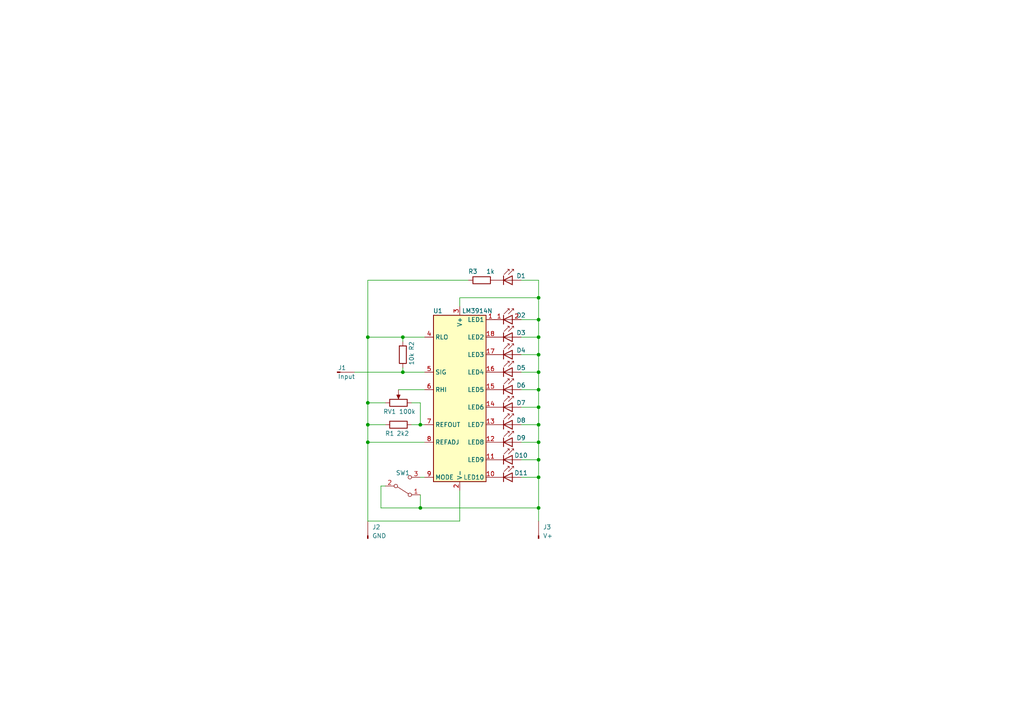
<source format=kicad_sch>
(kicad_sch (version 20210406) (generator eeschema)
  (paper "A4")
  (lib_symbols
    (symbol "Connector:Conn_01x01_Male" (pin_numbers hide) (pin_names (offset 1.016) hide)
      (property "Reference" "J" (at 0 2.54 0))
      (property "Value" "Conn_01x01_Male" (at 0 -2.54 0))
      (symbol "Conn_01x01_Male_1_1"
        (rectangle (start 0.8636 0.127) (end 0 -0.127) (stroke (width 0.1524)) (fill (type outline)))
        (polyline (pts (xy 1.27 0) (xy 0.8636 0)) (stroke (width 0.1524)))
        (pin passive line (at 5.08 0 180) (length 3.81) (name "Pin_1") (number "1"))
      )
    )
    (symbol "Connector:Conn_01x01_Male_1" (pin_numbers hide) (pin_names (offset 1.016) hide)
      (property "Reference" "J" (at 0 2.54 0))
      (property "Value" "Conn_01x01_Male" (at 0 -2.54 0))
      (symbol "Conn_01x01_Male_1_1_1"
        (rectangle (start 0.8636 0.127) (end 0 -0.127) (stroke (width 0.1524)) (fill (type outline)))
        (polyline (pts (xy 1.27 0) (xy 0.8636 0)) (stroke (width 0.1524)))
        (pin passive line (at 5.08 0 180) (length 3.81) (name "Pin_1") (number "1"))
      )
    )
    (symbol "Connector:Conn_01x01_Male_2" (pin_numbers hide) (pin_names (offset 1.016) hide)
      (property "Reference" "J" (at 0 2.54 0))
      (property "Value" "Conn_01x01_Male" (at 0 -2.54 0))
      (symbol "Conn_01x01_Male_2_1_1"
        (rectangle (start 0.8636 0.127) (end 0 -0.127) (stroke (width 0.1524)) (fill (type outline)))
        (polyline (pts (xy 1.27 0) (xy 0.8636 0)) (stroke (width 0.1524)))
        (pin passive line (at 5.08 0 180) (length 3.81) (name "Pin_1") (number "1"))
      )
    )
    (symbol "Device:R" (pin_numbers hide) (pin_names (offset 0))
      (property "Reference" "R" (at 2.032 0 90))
      (property "Value" "R" (at 0 0 90))
      (symbol "R_0_1"
        (rectangle (start -1.016 -2.54) (end 1.016 2.54) (stroke (width 0.254)))
      )
      (symbol "R_1_1"
        (pin passive line (at 0 3.81 270) (length 1.27) (name "~") (number "1"))
        (pin passive line (at 0 -3.81 90) (length 1.27) (name "~") (number "2"))
      )
    )
    (symbol "Device:R_Potentiometer" (pin_numbers hide) (pin_names (offset 1.016) hide)
      (property "Reference" "RV" (at -4.445 0 90))
      (property "Value" "R_Potentiometer" (at -2.54 0 90))
      (symbol "R_Potentiometer_0_1"
        (rectangle (start 1.016 2.54) (end -1.016 -2.54) (stroke (width 0.254)))
        (polyline (pts (xy 2.54 0) (xy 1.524 0)))
        (polyline (pts (xy 1.143 0) (xy 2.286 0.508) (xy 2.286 -0.508) (xy 1.143 0)) (fill (type outline)))
      )
      (symbol "R_Potentiometer_1_1"
        (pin passive line (at 0 3.81 270) (length 1.27) (name "1") (number "1"))
        (pin passive line (at 3.81 0 180) (length 1.27) (name "2") (number "2"))
        (pin passive line (at 0 -3.81 90) (length 1.27) (name "3") (number "3"))
      )
    )
    (symbol "Switch:SW_SPDT" (pin_names (offset 0) hide)
      (property "Reference" "SW" (at 0 4.318 0))
      (property "Value" "SW_SPDT" (at 0 -5.08 0))
      (symbol "SW_SPDT_0_0"
        (circle (center -2.032 0) (radius 0.508))
        (circle (center 2.032 -2.54) (radius 0.508))
      )
      (symbol "SW_SPDT_0_1"
        (circle (center 2.032 2.54) (radius 0.508))
        (polyline (pts (xy -1.524 0.254) (xy 1.651 2.286)))
      )
      (symbol "SW_SPDT_1_1"
        (pin passive line (at 5.08 2.54 180) (length 2.54) (name "A") (number "1"))
        (pin passive line (at -5.08 0 0) (length 2.54) (name "B") (number "2"))
        (pin passive line (at 5.08 -2.54 180) (length 2.54) (name "C") (number "3"))
      )
    )
    (symbol "my_symbols:Generic5x2LED" (pin_numbers hide) (pin_names (offset 1.016) hide)
      (property "Reference" "D" (at 0.508 1.778 0))
      (symbol "Generic5x2LED_0_1"
        (polyline (pts (xy -2.54 1.27) (xy -2.54 -1.27)) (stroke (width 0.254)))
        (polyline (pts (xy 0 0) (xy -2.54 0)))
        (polyline (pts (xy 0.381 3.175) (xy -0.127 3.175)))
        (polyline (pts (xy -1.143 1.651) (xy 0.381 3.175) (xy 0.381 2.667)))
        (polyline (pts (xy 0 -1.27) (xy -2.54 0) (xy 0 1.27) (xy 0 -1.27)) (stroke (width 0.254)))
        (polyline (pts (xy -2.413 1.651) (xy -0.889 3.175) (xy -0.889 2.667) (xy -0.889 3.175) (xy -1.397 3.175)))
      )
      (symbol "Generic5x2LED_1_1"
        (pin passive line (at -5.08 0 0) (length 2.54) (name "K") (number "1"))
        (pin passive line (at 2.54 0 180) (length 2.54) (name "A") (number "2"))
      )
    )
    (symbol "my_symbols:Generic5x2LED_1" (pin_names (offset 1.016) hide)
      (property "Reference" "D" (at 0.508 1.778 0))
      (symbol "Generic5x2LED_1_0_1"
        (polyline (pts (xy -2.54 1.27) (xy -2.54 -1.27)) (stroke (width 0.254)))
        (polyline (pts (xy 0 0) (xy -2.54 0)))
        (polyline (pts (xy 0.381 3.175) (xy -0.127 3.175)))
        (polyline (pts (xy -1.143 1.651) (xy 0.381 3.175) (xy 0.381 2.667)))
        (polyline (pts (xy 0 -1.27) (xy -2.54 0) (xy 0 1.27) (xy 0 -1.27)) (stroke (width 0.254)))
        (polyline (pts (xy -2.413 1.651) (xy -0.889 3.175) (xy -0.889 2.667) (xy -0.889 3.175) (xy -1.397 3.175)))
      )
      (symbol "Generic5x2LED_1_1_1"
        (pin passive line (at -5.08 0 0) (length 2.54) (name "K") (number "1"))
        (pin passive line (at 2.54 0 180) (length 2.54) (name "A") (number "2"))
      )
    )
    (symbol "my_symbols:LM3914N"
      (property "Reference" "U" (at -6.35 19.05 0))
      (property "Value" "LM3914N" (at 5.08 19.05 0))
      (symbol "LM3914N_0_1"
        (rectangle (start -7.62 17.78) (end 7.62 -30.48) (stroke (width 0.254)) (fill (type background)))
      )
      (symbol "LM3914N_1_1"
        (pin open_collector line (at 10.16 16.51 180) (length 2.54) (name "LED1") (number "1"))
        (pin open_collector line (at 10.16 -29.21 180) (length 2.54) (name "LED10") (number "10"))
        (pin open_collector line (at 10.16 -24.13 180) (length 2.54) (name "LED9") (number "11"))
        (pin open_collector line (at 10.16 -19.05 180) (length 2.54) (name "LED8") (number "12"))
        (pin open_collector line (at 10.16 -13.97 180) (length 2.54) (name "LED7") (number "13"))
        (pin open_collector line (at 10.16 -8.89 180) (length 2.54) (name "LED6") (number "14"))
        (pin open_collector line (at 10.16 -3.81 180) (length 2.54) (name "LED5") (number "15"))
        (pin open_collector line (at 10.16 1.27 180) (length 2.54) (name "LED4") (number "16"))
        (pin open_collector line (at 10.16 6.35 180) (length 2.54) (name "LED3") (number "17"))
        (pin open_collector line (at 10.16 11.43 180) (length 2.54) (name "LED2") (number "18"))
        (pin power_in line (at 0 -33.02 90) (length 2.54) (name "V-") (number "2"))
        (pin power_in line (at 0 20.32 270) (length 2.54) (name "V+") (number "3"))
        (pin input line (at -10.16 11.43 0) (length 2.54) (name "RLO") (number "4"))
        (pin input line (at -10.16 1.27 0) (length 2.54) (name "SIG") (number "5"))
        (pin input line (at -10.16 -3.81 0) (length 2.54) (name "RHI") (number "6"))
        (pin output line (at -10.16 -13.97 0) (length 2.54) (name "REFOUT") (number "7"))
        (pin input line (at -10.16 -19.05 0) (length 2.54) (name "REFADJ") (number "8"))
        (pin input line (at -10.16 -29.21 0) (length 2.54) (name "MODE") (number "9"))
      )
    )
  )
  (junction (at 106.68 97.79) (diameter 0.9144))
  (junction (at 106.68 116.84) (diameter 0.9144))
  (junction (at 106.68 123.19) (diameter 0.9144))
  (junction (at 106.68 128.27) (diameter 0.9144))
  (junction (at 116.84 97.79) (diameter 0.9144))
  (junction (at 116.84 107.95) (diameter 0.9144))
  (junction (at 121.92 123.19) (diameter 0.9144))
  (junction (at 121.92 147.32) (diameter 0.9144))
  (junction (at 156.21 86.36) (diameter 0.9144))
  (junction (at 156.21 92.71) (diameter 0.9144))
  (junction (at 156.21 97.79) (diameter 0.9144))
  (junction (at 156.21 102.87) (diameter 0.9144))
  (junction (at 156.21 107.95) (diameter 0.9144))
  (junction (at 156.21 113.03) (diameter 0.9144))
  (junction (at 156.21 118.11) (diameter 0.9144))
  (junction (at 156.21 123.19) (diameter 0.9144))
  (junction (at 156.21 128.27) (diameter 0.9144))
  (junction (at 156.21 133.35) (diameter 0.9144))
  (junction (at 156.21 138.43) (diameter 0.9144))
  (junction (at 156.21 147.32) (diameter 0.9144))
  (wire (pts (xy 102.87 107.95) (xy 116.84 107.95)))
  (wire (pts (xy 106.68 81.28) (xy 135.89 81.28)))
  (wire (pts (xy 106.68 97.79) (xy 106.68 81.28)))
  (wire (pts (xy 106.68 97.79) (xy 116.84 97.79)))
  (wire (pts (xy 106.68 116.84) (xy 106.68 97.79)))
  (wire (pts (xy 106.68 116.84) (xy 111.76 116.84)))
  (wire (pts (xy 106.68 123.19) (xy 106.68 116.84)))
  (wire (pts (xy 106.68 123.19) (xy 111.76 123.19)))
  (wire (pts (xy 106.68 128.27) (xy 106.68 123.19)))
  (wire (pts (xy 106.68 128.27) (xy 123.19 128.27)))
  (wire (pts (xy 106.68 151.13) (xy 106.68 128.27)))
  (wire (pts (xy 110.49 140.97) (xy 110.49 147.32)))
  (wire (pts (xy 110.49 147.32) (xy 121.92 147.32)))
  (wire (pts (xy 111.76 140.97) (xy 110.49 140.97)))
  (wire (pts (xy 115.57 113.03) (xy 123.19 113.03)))
  (wire (pts (xy 116.84 97.79) (xy 116.84 99.06)))
  (wire (pts (xy 116.84 97.79) (xy 123.19 97.79)))
  (wire (pts (xy 116.84 106.68) (xy 116.84 107.95)))
  (wire (pts (xy 116.84 107.95) (xy 123.19 107.95)))
  (wire (pts (xy 119.38 116.84) (xy 121.92 116.84)))
  (wire (pts (xy 119.38 123.19) (xy 121.92 123.19)))
  (wire (pts (xy 121.92 116.84) (xy 121.92 123.19)))
  (wire (pts (xy 121.92 123.19) (xy 123.19 123.19)))
  (wire (pts (xy 121.92 138.43) (xy 123.19 138.43)))
  (wire (pts (xy 121.92 143.51) (xy 121.92 147.32)))
  (wire (pts (xy 121.92 147.32) (xy 156.21 147.32)))
  (wire (pts (xy 133.35 86.36) (xy 156.21 86.36)))
  (wire (pts (xy 133.35 88.9) (xy 133.35 86.36)))
  (wire (pts (xy 133.35 142.24) (xy 133.35 151.13)))
  (wire (pts (xy 133.35 151.13) (xy 106.68 151.13)))
  (wire (pts (xy 151.13 81.28) (xy 156.21 81.28)))
  (wire (pts (xy 151.13 92.71) (xy 156.21 92.71)))
  (wire (pts (xy 151.13 97.79) (xy 156.21 97.79)))
  (wire (pts (xy 151.13 102.87) (xy 156.21 102.87)))
  (wire (pts (xy 151.13 107.95) (xy 156.21 107.95)))
  (wire (pts (xy 151.13 113.03) (xy 156.21 113.03)))
  (wire (pts (xy 151.13 118.11) (xy 156.21 118.11)))
  (wire (pts (xy 151.13 123.19) (xy 156.21 123.19)))
  (wire (pts (xy 151.13 128.27) (xy 156.21 128.27)))
  (wire (pts (xy 151.13 133.35) (xy 156.21 133.35)))
  (wire (pts (xy 151.13 138.43) (xy 156.21 138.43)))
  (wire (pts (xy 156.21 81.28) (xy 156.21 86.36)))
  (wire (pts (xy 156.21 86.36) (xy 156.21 92.71)))
  (wire (pts (xy 156.21 92.71) (xy 156.21 97.79)))
  (wire (pts (xy 156.21 97.79) (xy 156.21 102.87)))
  (wire (pts (xy 156.21 102.87) (xy 156.21 107.95)))
  (wire (pts (xy 156.21 107.95) (xy 156.21 113.03)))
  (wire (pts (xy 156.21 113.03) (xy 156.21 118.11)))
  (wire (pts (xy 156.21 118.11) (xy 156.21 123.19)))
  (wire (pts (xy 156.21 123.19) (xy 156.21 128.27)))
  (wire (pts (xy 156.21 128.27) (xy 156.21 133.35)))
  (wire (pts (xy 156.21 133.35) (xy 156.21 138.43)))
  (wire (pts (xy 156.21 138.43) (xy 156.21 147.32)))
  (wire (pts (xy 156.21 147.32) (xy 156.21 151.13)))
  (symbol (lib_name "Connector:Conn_01x01_Male_1") (lib_id "Connector:Conn_01x01_Male") (at 97.79 107.95 0) (unit 1)
    (property "Reference" "J1" (at 99.2124 106.68 0))
    (property "Value" "Input" (at 100.4824 109.22 0))
    (property "Footprint" "Connector_PinHeader_2.54mm:PinHeader_1x01_P2.54mm_Vertical" (effects hide))
  )
  (symbol (lib_name "Connector:Conn_01x01_Male_2") (lib_id "Connector:Conn_01x01_Male") (at 106.68 156.21 90) (unit 1)
    (property "Reference" "J2" (at 107.95 152.8825 90) (effects (justify right)))
    (property "Value" "GND" (at 107.95 155.4225 90) (effects (justify right)))
    (property "Footprint" "Connector_PinHeader_2.54mm:PinHeader_1x01_P2.54mm_Vertical" (effects hide))
  )
  (symbol (lib_id "Connector:Conn_01x01_Male") (at 156.21 156.21 90) (unit 1)
    (property "Reference" "J3" (at 157.48 152.8825 90) (effects (justify right)))
    (property "Value" "V+" (at 157.48 155.4225 90) (effects (justify right)))
    (property "Footprint" "Connector_PinHeader_2.54mm:PinHeader_1x01_P2.54mm_Vertical" (effects hide))
  )
  (symbol (lib_id "Device:R") (at 115.57 123.19 270) (unit 1)
    (property "Reference" "R1" (at 113.03 125.73 90))
    (property "Value" "2k2" (at 116.84 125.73 90))
    (property "Footprint" "Resistor_THT:R_Axial_DIN0207_L6.3mm_D2.5mm_P7.62mm_Horizontal" (effects hide))
  )
  (symbol (lib_id "Device:R") (at 116.84 102.87 180) (unit 1)
    (property "Reference" "R2" (at 119.38 100.33 90))
    (property "Value" "10k" (at 119.38 104.14 90))
    (property "Footprint" "Resistor_THT:R_Axial_DIN0207_L6.3mm_D2.5mm_P7.62mm_Horizontal" (effects hide))
  )
  (symbol (lib_id "Device:R") (at 139.7 81.28 270) (unit 1)
    (property "Reference" "R3" (at 137.16 78.74 90))
    (property "Value" "1k" (at 142.24 78.74 90))
    (property "Footprint" "Resistor_THT:R_Axial_DIN0207_L6.3mm_D2.5mm_P7.62mm_Horizontal" (effects hide))
  )
  (symbol (lib_id "my_symbols:Generic5x2LED") (at 148.59 81.28 0) (unit 1)
    (property "Reference" "D1" (at 151.13 80.01 0))
    (property "Value" "Generic5x2LED" (effects hide))
    (property "Footprint" "LED_THT:LED_Rectangular_W5.0mm_H2.0mm" (effects hide))
  )
  (symbol (lib_name "my_symbols:Generic5x2LED_1") (lib_id "my_symbols:Generic5x2LED") (at 148.59 92.71 0) (unit 1)
    (property "Reference" "D2" (at 151.13 91.44 0))
    (property "Value" "Generic5x2LED" (effects hide))
    (property "Footprint" "LED_THT:LED_Rectangular_W5.0mm_H2.0mm" (effects hide))
  )
  (symbol (lib_id "my_symbols:Generic5x2LED") (at 148.59 97.79 0) (unit 1)
    (property "Reference" "D3" (at 151.13 96.52 0))
    (property "Value" "Generic5x2LED" (effects hide))
    (property "Footprint" "LED_THT:LED_Rectangular_W5.0mm_H2.0mm" (effects hide))
  )
  (symbol (lib_id "my_symbols:Generic5x2LED") (at 148.59 102.87 0) (unit 1)
    (property "Reference" "D4" (at 151.13 101.6 0))
    (property "Value" "Generic5x2LED" (effects hide))
    (property "Footprint" "LED_THT:LED_Rectangular_W5.0mm_H2.0mm" (effects hide))
  )
  (symbol (lib_id "my_symbols:Generic5x2LED") (at 148.59 107.95 0) (unit 1)
    (property "Reference" "D5" (at 151.13 106.68 0))
    (property "Value" "Generic5x2LED" (effects hide))
    (property "Footprint" "LED_THT:LED_Rectangular_W5.0mm_H2.0mm" (effects hide))
  )
  (symbol (lib_id "my_symbols:Generic5x2LED") (at 148.59 113.03 0) (unit 1)
    (property "Reference" "D6" (at 151.13 111.76 0))
    (property "Value" "Generic5x2LED" (effects hide))
    (property "Footprint" "LED_THT:LED_Rectangular_W5.0mm_H2.0mm" (effects hide))
  )
  (symbol (lib_id "my_symbols:Generic5x2LED") (at 148.59 118.11 0) (unit 1)
    (property "Reference" "D7" (at 151.13 116.84 0))
    (property "Value" "Generic5x2LED" (effects hide))
    (property "Footprint" "LED_THT:LED_Rectangular_W5.0mm_H2.0mm" (effects hide))
  )
  (symbol (lib_id "my_symbols:Generic5x2LED") (at 148.59 123.19 0) (unit 1)
    (property "Reference" "D8" (at 151.13 121.92 0))
    (property "Value" "Generic5x2LED" (effects hide))
    (property "Footprint" "LED_THT:LED_Rectangular_W5.0mm_H2.0mm" (effects hide))
  )
  (symbol (lib_id "my_symbols:Generic5x2LED") (at 148.59 128.27 0) (unit 1)
    (property "Reference" "D9" (at 151.13 127 0))
    (property "Value" "Generic5x2LED" (effects hide))
    (property "Footprint" "LED_THT:LED_Rectangular_W5.0mm_H2.0mm" (effects hide))
  )
  (symbol (lib_id "my_symbols:Generic5x2LED") (at 148.59 133.35 0) (unit 1)
    (property "Reference" "D10" (at 151.13 132.08 0))
    (property "Value" "Generic5x2LED" (effects hide))
    (property "Footprint" "LED_THT:LED_Rectangular_W5.0mm_H2.0mm" (effects hide))
  )
  (symbol (lib_id "my_symbols:Generic5x2LED") (at 148.59 138.43 0) (unit 1)
    (property "Reference" "D11" (at 151.13 137.16 0))
    (property "Value" "Generic5x2LED" (effects hide))
    (property "Footprint" "LED_THT:LED_Rectangular_W5.0mm_H2.0mm" (effects hide))
  )
  (symbol (lib_id "Device:R_Potentiometer") (at 115.57 116.84 90) (unit 1)
    (property "Reference" "RV1" (at 113.03 119.38 90))
    (property "Value" "100k" (at 118.11 119.38 90))
    (property "Footprint" "Potentiometer_THT:Potentiometer_Piher_PT-6-V_Vertical" (effects hide))
  )
  (symbol (lib_id "Switch:SW_SPDT") (at 116.84 140.97 0) (mirror x) (unit 1)
    (property "Reference" "SW1" (at 116.84 137.16 0))
    (property "Value" "SW_SPDT" (effects hide))
  )
  (symbol (lib_id "my_symbols:LM3914N") (at 133.35 109.22 0) (unit 1)
    (property "Reference" "U1" (at 127 90.17 0))
    (property "Value" "LM3914N" (at 138.43 90.17 0))
    (property "Footprint" "Package_DIP:DIP-18_W7.62mm" (effects hide))
    (property "Datasheet" "https://www.ti.com/lit/ds/symlink/lm3914.pdf" (effects hide))
  )
)
</source>
